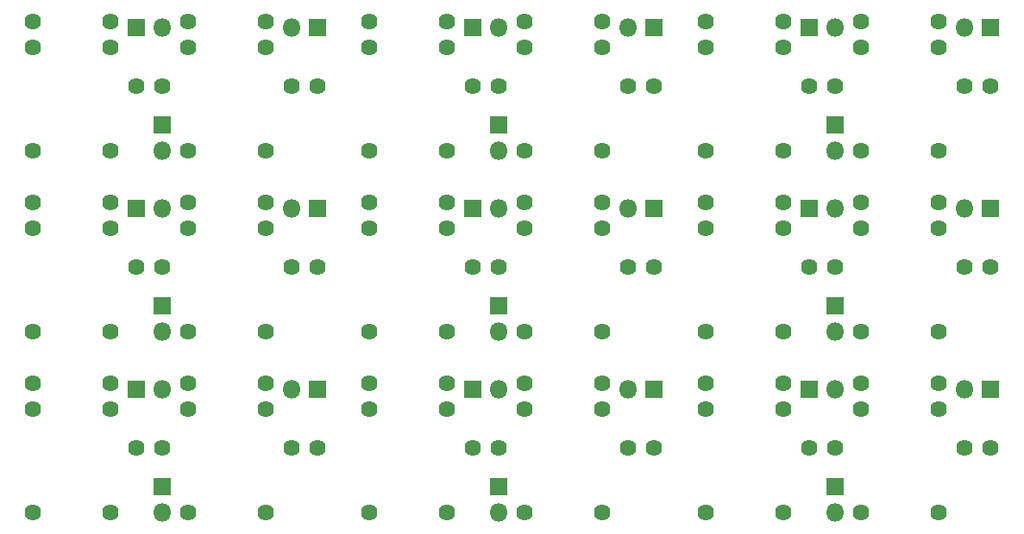
<source format=gbs>
G04 #@! TF.GenerationSoftware,KiCad,Pcbnew,(5.1.6)-1*
G04 #@! TF.CreationDate,2020-06-03T08:14:21+09:00*
G04 #@! TF.ProjectId,NADN___,4e41444e-62d8-4512-9e6b-696361645f70,rev?*
G04 #@! TF.SameCoordinates,Original*
G04 #@! TF.FileFunction,Soldermask,Bot*
G04 #@! TF.FilePolarity,Negative*
%FSLAX46Y46*%
G04 Gerber Fmt 4.6, Leading zero omitted, Abs format (unit mm)*
G04 Created by KiCad (PCBNEW (5.1.6)-1) date 2020-06-03 08:14:21*
%MOMM*%
%LPD*%
G01*
G04 APERTURE LIST*
%ADD10C,1.624000*%
%ADD11R,1.800000X1.800000*%
%ADD12O,1.800000X1.800000*%
G04 APERTURE END LIST*
D10*
X172720000Y-97790000D03*
X175260000Y-97790000D03*
X139700000Y-97790000D03*
X142240000Y-97790000D03*
X106680000Y-97790000D03*
X109220000Y-97790000D03*
X172720000Y-80010000D03*
X175260000Y-80010000D03*
X139700000Y-80010000D03*
X142240000Y-80010000D03*
X106680000Y-80010000D03*
X109220000Y-80010000D03*
X172720000Y-62230000D03*
X175260000Y-62230000D03*
X139700000Y-62230000D03*
X142240000Y-62230000D03*
D11*
X175260000Y-92040000D03*
D12*
X172720000Y-92040000D03*
D11*
X142240000Y-92040000D03*
D12*
X139700000Y-92040000D03*
D11*
X109220000Y-92040000D03*
D12*
X106680000Y-92040000D03*
D11*
X175260000Y-74260000D03*
D12*
X172720000Y-74260000D03*
D11*
X142240000Y-74260000D03*
D12*
X139700000Y-74260000D03*
D11*
X109220000Y-74260000D03*
D12*
X106680000Y-74260000D03*
D11*
X175260000Y-56480000D03*
D12*
X172720000Y-56480000D03*
D11*
X142240000Y-56480000D03*
D12*
X139700000Y-56480000D03*
D10*
X147320000Y-91440000D03*
X154940000Y-91440000D03*
X154940000Y-93980000D03*
X147320000Y-93980000D03*
X147320000Y-104140000D03*
X154940000Y-104140000D03*
X114300000Y-91440000D03*
X121920000Y-91440000D03*
X121920000Y-93980000D03*
X114300000Y-93980000D03*
X114300000Y-104140000D03*
X121920000Y-104140000D03*
X81280000Y-91440000D03*
X88900000Y-91440000D03*
X88900000Y-93980000D03*
X81280000Y-93980000D03*
X81280000Y-104140000D03*
X88900000Y-104140000D03*
X147320000Y-73660000D03*
X154940000Y-73660000D03*
X154940000Y-76200000D03*
X147320000Y-76200000D03*
X147320000Y-86360000D03*
X154940000Y-86360000D03*
X114300000Y-73660000D03*
X121920000Y-73660000D03*
X121920000Y-76200000D03*
X114300000Y-76200000D03*
X114300000Y-86360000D03*
X121920000Y-86360000D03*
X81280000Y-73660000D03*
X88900000Y-73660000D03*
X88900000Y-76200000D03*
X81280000Y-76200000D03*
X81280000Y-86360000D03*
X88900000Y-86360000D03*
X147320000Y-55880000D03*
X154940000Y-55880000D03*
X154940000Y-58420000D03*
X147320000Y-58420000D03*
X147320000Y-68580000D03*
X154940000Y-68580000D03*
X114300000Y-55880000D03*
X121920000Y-55880000D03*
X121920000Y-58420000D03*
X114300000Y-58420000D03*
X114300000Y-68580000D03*
X121920000Y-68580000D03*
D12*
X160020000Y-104140000D03*
D11*
X160020000Y-101600000D03*
D12*
X127000000Y-104140000D03*
D11*
X127000000Y-101600000D03*
D12*
X93980000Y-104140000D03*
D11*
X93980000Y-101600000D03*
D12*
X160020000Y-86360000D03*
D11*
X160020000Y-83820000D03*
D12*
X127000000Y-86360000D03*
D11*
X127000000Y-83820000D03*
D12*
X93980000Y-86360000D03*
D11*
X93980000Y-83820000D03*
D12*
X160020000Y-68580000D03*
D11*
X160020000Y-66040000D03*
D12*
X127000000Y-68580000D03*
D11*
X127000000Y-66040000D03*
D10*
X160020000Y-97790000D03*
X157480000Y-97790000D03*
X127000000Y-97790000D03*
X124460000Y-97790000D03*
X93980000Y-97790000D03*
X91440000Y-97790000D03*
X160020000Y-80010000D03*
X157480000Y-80010000D03*
X127000000Y-80010000D03*
X124460000Y-80010000D03*
X93980000Y-80010000D03*
X91440000Y-80010000D03*
X160020000Y-62230000D03*
X157480000Y-62230000D03*
X127000000Y-62230000D03*
X124460000Y-62230000D03*
X170180000Y-104140000D03*
X162560000Y-104140000D03*
X162560000Y-93980000D03*
X170180000Y-93980000D03*
X170180000Y-91440000D03*
X162560000Y-91440000D03*
X137160000Y-104140000D03*
X129540000Y-104140000D03*
X129540000Y-93980000D03*
X137160000Y-93980000D03*
X137160000Y-91440000D03*
X129540000Y-91440000D03*
X104140000Y-104140000D03*
X96520000Y-104140000D03*
X96520000Y-93980000D03*
X104140000Y-93980000D03*
X104140000Y-91440000D03*
X96520000Y-91440000D03*
X170180000Y-86360000D03*
X162560000Y-86360000D03*
X162560000Y-76200000D03*
X170180000Y-76200000D03*
X170180000Y-73660000D03*
X162560000Y-73660000D03*
X137160000Y-86360000D03*
X129540000Y-86360000D03*
X129540000Y-76200000D03*
X137160000Y-76200000D03*
X137160000Y-73660000D03*
X129540000Y-73660000D03*
X104140000Y-86360000D03*
X96520000Y-86360000D03*
X96520000Y-76200000D03*
X104140000Y-76200000D03*
X104140000Y-73660000D03*
X96520000Y-73660000D03*
X170180000Y-68580000D03*
X162560000Y-68580000D03*
X162560000Y-58420000D03*
X170180000Y-58420000D03*
X170180000Y-55880000D03*
X162560000Y-55880000D03*
X137160000Y-68580000D03*
X129540000Y-68580000D03*
X129540000Y-58420000D03*
X137160000Y-58420000D03*
X137160000Y-55880000D03*
X129540000Y-55880000D03*
D12*
X160020000Y-92040000D03*
D11*
X157480000Y-92040000D03*
D12*
X127000000Y-92040000D03*
D11*
X124460000Y-92040000D03*
D12*
X93980000Y-92040000D03*
D11*
X91440000Y-92040000D03*
D12*
X160020000Y-74260000D03*
D11*
X157480000Y-74260000D03*
D12*
X127000000Y-74260000D03*
D11*
X124460000Y-74260000D03*
D12*
X93980000Y-74260000D03*
D11*
X91440000Y-74260000D03*
D12*
X160020000Y-56480000D03*
D11*
X157480000Y-56480000D03*
D12*
X127000000Y-56480000D03*
D11*
X124460000Y-56480000D03*
D10*
X91440000Y-62230000D03*
X93980000Y-62230000D03*
X109220000Y-62230000D03*
X106680000Y-62230000D03*
D11*
X91440000Y-56480000D03*
D12*
X93980000Y-56480000D03*
D11*
X93980000Y-66040000D03*
D12*
X93980000Y-68580000D03*
X106680000Y-56480000D03*
D11*
X109220000Y-56480000D03*
D10*
X88900000Y-68580000D03*
X81280000Y-68580000D03*
X81280000Y-58420000D03*
X88900000Y-58420000D03*
X88900000Y-55880000D03*
X81280000Y-55880000D03*
X96520000Y-55880000D03*
X104140000Y-55880000D03*
X104140000Y-58420000D03*
X96520000Y-58420000D03*
X96520000Y-68580000D03*
X104140000Y-68580000D03*
M02*

</source>
